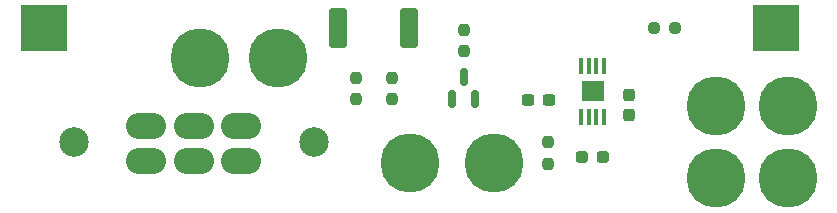
<source format=gts>
G04 #@! TF.GenerationSoftware,KiCad,Pcbnew,6.0.8-f2edbf62ab~116~ubuntu20.04.1*
G04 #@! TF.CreationDate,2022-11-14T20:50:25-05:00*
G04 #@! TF.ProjectId,solar_lights,736f6c61-725f-46c6-9967-6874732e6b69,rev?*
G04 #@! TF.SameCoordinates,Original*
G04 #@! TF.FileFunction,Soldermask,Top*
G04 #@! TF.FilePolarity,Negative*
%FSLAX46Y46*%
G04 Gerber Fmt 4.6, Leading zero omitted, Abs format (unit mm)*
G04 Created by KiCad (PCBNEW 6.0.8-f2edbf62ab~116~ubuntu20.04.1) date 2022-11-14 20:50:25*
%MOMM*%
%LPD*%
G01*
G04 APERTURE LIST*
G04 Aperture macros list*
%AMRoundRect*
0 Rectangle with rounded corners*
0 $1 Rounding radius*
0 $2 $3 $4 $5 $6 $7 $8 $9 X,Y pos of 4 corners*
0 Add a 4 corners polygon primitive as box body*
4,1,4,$2,$3,$4,$5,$6,$7,$8,$9,$2,$3,0*
0 Add four circle primitives for the rounded corners*
1,1,$1+$1,$2,$3*
1,1,$1+$1,$4,$5*
1,1,$1+$1,$6,$7*
1,1,$1+$1,$8,$9*
0 Add four rect primitives between the rounded corners*
20,1,$1+$1,$2,$3,$4,$5,0*
20,1,$1+$1,$4,$5,$6,$7,0*
20,1,$1+$1,$6,$7,$8,$9,0*
20,1,$1+$1,$8,$9,$2,$3,0*%
G04 Aperture macros list end*
%ADD10O,3.400000X2.200000*%
%ADD11RoundRect,0.237500X0.300000X0.237500X-0.300000X0.237500X-0.300000X-0.237500X0.300000X-0.237500X0*%
%ADD12R,4.000000X4.000000*%
%ADD13RoundRect,0.237500X0.237500X-0.250000X0.237500X0.250000X-0.237500X0.250000X-0.237500X-0.250000X0*%
%ADD14C,5.000000*%
%ADD15C,2.900000*%
%ADD16RoundRect,0.249999X0.512501X1.425001X-0.512501X1.425001X-0.512501X-1.425001X0.512501X-1.425001X0*%
%ADD17RoundRect,0.237500X0.250000X0.237500X-0.250000X0.237500X-0.250000X-0.237500X0.250000X-0.237500X0*%
%ADD18RoundRect,0.150000X0.150000X-0.587500X0.150000X0.587500X-0.150000X0.587500X-0.150000X-0.587500X0*%
%ADD19C,2.500000*%
%ADD20RoundRect,0.237500X0.287500X0.237500X-0.287500X0.237500X-0.287500X-0.237500X0.287500X-0.237500X0*%
%ADD21R,1.850000X1.730000*%
%ADD22RoundRect,0.100000X-0.100000X0.612500X-0.100000X-0.612500X0.100000X-0.612500X0.100000X0.612500X0*%
%ADD23RoundRect,0.237500X0.237500X-0.300000X0.237500X0.300000X-0.237500X0.300000X-0.237500X-0.300000X0*%
G04 APERTURE END LIST*
D10*
X142683500Y-111331000D03*
X138683500Y-111331000D03*
X134683500Y-111331000D03*
X142683500Y-108331000D03*
X138683500Y-108331000D03*
X134683500Y-108331000D03*
D11*
X168756500Y-106172000D03*
X167031500Y-106172000D03*
D12*
X125984000Y-100076000D03*
D13*
X152400000Y-106068500D03*
X152400000Y-104243500D03*
X161544000Y-102004500D03*
X161544000Y-100179500D03*
D14*
X164084000Y-111506000D03*
D15*
X164084000Y-111506000D03*
D16*
X156911500Y-100076000D03*
X150936500Y-100076000D03*
D17*
X179474500Y-100076000D03*
X177649500Y-100076000D03*
D15*
X145796000Y-102616000D03*
D14*
X145796000Y-102616000D03*
D18*
X160594000Y-106093500D03*
X162494000Y-106093500D03*
X161544000Y-104218500D03*
D12*
X187960000Y-100076000D03*
D13*
X155448000Y-106068500D03*
X155448000Y-104243500D03*
X168656000Y-111553000D03*
X168656000Y-109728000D03*
D14*
X139192000Y-102616000D03*
D15*
X139192000Y-102616000D03*
D14*
X188976000Y-106680000D03*
D15*
X188976000Y-106680000D03*
X182880000Y-112776000D03*
D14*
X182880000Y-112776000D03*
D15*
X182880000Y-106680000D03*
D14*
X182880000Y-106680000D03*
D19*
X128524000Y-109728000D03*
D20*
X173341000Y-110998000D03*
X171591000Y-110998000D03*
D21*
X172466000Y-105410000D03*
D22*
X173441000Y-103247500D03*
X172791000Y-103247500D03*
X172141000Y-103247500D03*
X171491000Y-103247500D03*
X171491000Y-107572500D03*
X172141000Y-107572500D03*
X172791000Y-107572500D03*
X173441000Y-107572500D03*
D14*
X156972000Y-111506000D03*
D15*
X156972000Y-111506000D03*
X188976000Y-112776000D03*
D14*
X188976000Y-112776000D03*
D19*
X148844000Y-109728000D03*
D23*
X175514000Y-107442000D03*
X175514000Y-105717000D03*
M02*

</source>
